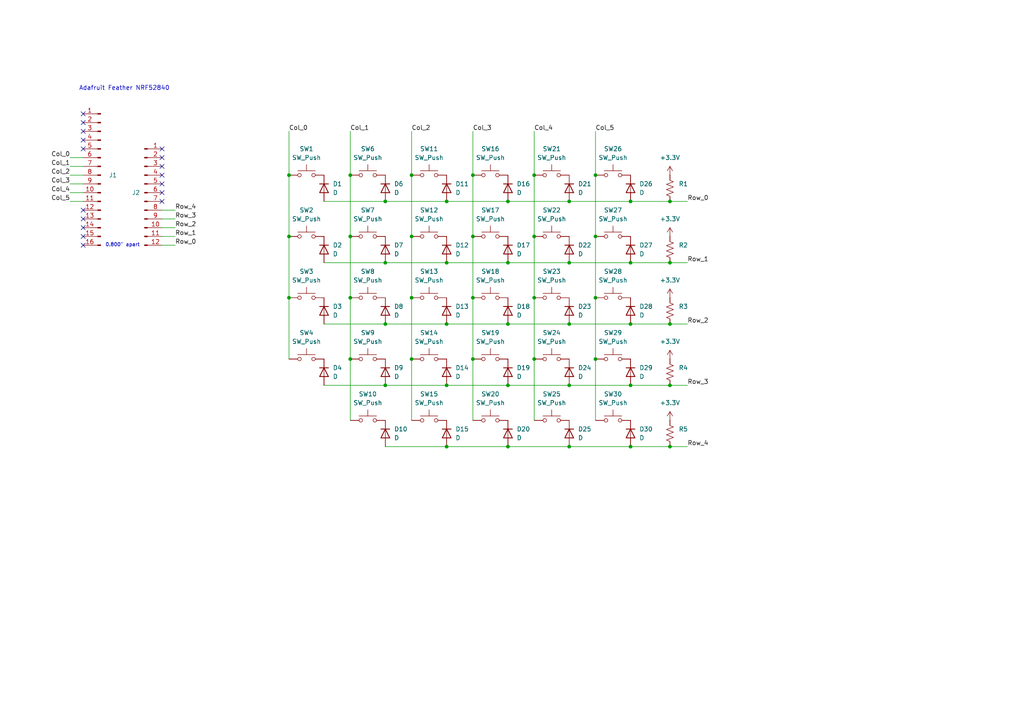
<source format=kicad_sch>
(kicad_sch (version 20231120) (generator "eeschema") (generator_version "8.0")
  (paper "A4")
  (lib_symbols
    (symbol "Connector:Conn_01x12_Pin" (pin_names (offset 1.016) hide)
      (property "Reference" "J" (at 0 15.24 0))
      (property "Value" "Conn_01x12_Pin" (at 0 -17.78 0))
      (symbol "Conn_01x12_Pin_1_1"
        (polyline (pts (xy 1.27 -15.24) (xy 0.8636 -15.24)) (stroke (width 0.1524)))
        (polyline (pts (xy 1.27 -12.7) (xy 0.8636 -12.7)) (stroke (width 0.1524)))
        (polyline (pts (xy 1.27 -10.16) (xy 0.8636 -10.16)) (stroke (width 0.1524)))
        (polyline (pts (xy 1.27 -7.62) (xy 0.8636 -7.62)) (stroke (width 0.1524)))
        (polyline (pts (xy 1.27 -5.08) (xy 0.8636 -5.08)) (stroke (width 0.1524)))
        (polyline (pts (xy 1.27 -2.54) (xy 0.8636 -2.54)) (stroke (width 0.1524)))
        (polyline (pts (xy 1.27 0) (xy 0.8636 0)) (stroke (width 0.1524)))
        (polyline (pts (xy 1.27 2.54) (xy 0.8636 2.54)) (stroke (width 0.1524)))
        (polyline (pts (xy 1.27 5.08) (xy 0.8636 5.08)) (stroke (width 0.1524)))
        (polyline (pts (xy 1.27 7.62) (xy 0.8636 7.62)) (stroke (width 0.1524)))
        (polyline (pts (xy 1.27 10.16) (xy 0.8636 10.16)) (stroke (width 0.1524)))
        (polyline (pts (xy 1.27 12.7) (xy 0.8636 12.7)) (stroke (width 0.1524)))
        (rectangle (start 0.8636 -15.113) (end 0 -15.367) (stroke (width 0.1524)) (fill (type outline)))
        (rectangle (start 0.8636 -12.573) (end 0 -12.827) (stroke (width 0.1524)) (fill (type outline)))
        (rectangle (start 0.8636 -10.033) (end 0 -10.287) (stroke (width 0.1524)) (fill (type outline)))
        (rectangle (start 0.8636 -7.493) (end 0 -7.747) (stroke (width 0.1524)) (fill (type outline)))
        (rectangle (start 0.8636 -4.953) (end 0 -5.207) (stroke (width 0.1524)) (fill (type outline)))
        (rectangle (start 0.8636 -2.413) (end 0 -2.667) (stroke (width 0.1524)) (fill (type outline)))
        (rectangle (start 0.8636 0.127) (end 0 -0.127) (stroke (width 0.1524)) (fill (type outline)))
        (rectangle (start 0.8636 2.667) (end 0 2.413) (stroke (width 0.1524)) (fill (type outline)))
        (rectangle (start 0.8636 5.207) (end 0 4.953) (stroke (width 0.1524)) (fill (type outline)))
        (rectangle (start 0.8636 7.747) (end 0 7.493) (stroke (width 0.1524)) (fill (type outline)))
        (rectangle (start 0.8636 10.287) (end 0 10.033) (stroke (width 0.1524)) (fill (type outline)))
        (rectangle (start 0.8636 12.827) (end 0 12.573) (stroke (width 0.1524)) (fill (type outline)))
        (pin passive line (at 5.08 12.7 180) (length 3.81) (name "Pin_1") (number "1"))
        (pin passive line (at 5.08 -10.16 180) (length 3.81) (name "Pin_10") (number "10"))
        (pin passive line (at 5.08 -12.7 180) (length 3.81) (name "Pin_11") (number "11"))
        (pin passive line (at 5.08 -15.24 180) (length 3.81) (name "Pin_12") (number "12"))
        (pin passive line (at 5.08 10.16 180) (length 3.81) (name "Pin_2") (number "2"))
        (pin passive line (at 5.08 7.62 180) (length 3.81) (name "Pin_3") (number "3"))
        (pin passive line (at 5.08 5.08 180) (length 3.81) (name "Pin_4") (number "4"))
        (pin passive line (at 5.08 2.54 180) (length 3.81) (name "Pin_5") (number "5"))
        (pin passive line (at 5.08 0 180) (length 3.81) (name "Pin_6") (number "6"))
        (pin passive line (at 5.08 -2.54 180) (length 3.81) (name "Pin_7") (number "7"))
        (pin passive line (at 5.08 -5.08 180) (length 3.81) (name "Pin_8") (number "8"))
        (pin passive line (at 5.08 -7.62 180) (length 3.81) (name "Pin_9") (number "9"))
      )
    )
    (symbol "Connector:Conn_01x16_Pin" (pin_names (offset 1.016) hide)
      (property "Reference" "J" (at 0 20.32 0))
      (property "Value" "Conn_01x16_Pin" (at 0 -22.86 0))
      (symbol "Conn_01x16_Pin_1_1"
        (polyline (pts (xy 1.27 -20.32) (xy 0.8636 -20.32)) (stroke (width 0.1524)))
        (polyline (pts (xy 1.27 -17.78) (xy 0.8636 -17.78)) (stroke (width 0.1524)))
        (polyline (pts (xy 1.27 -15.24) (xy 0.8636 -15.24)) (stroke (width 0.1524)))
        (polyline (pts (xy 1.27 -12.7) (xy 0.8636 -12.7)) (stroke (width 0.1524)))
        (polyline (pts (xy 1.27 -10.16) (xy 0.8636 -10.16)) (stroke (width 0.1524)))
        (polyline (pts (xy 1.27 -7.62) (xy 0.8636 -7.62)) (stroke (width 0.1524)))
        (polyline (pts (xy 1.27 -5.08) (xy 0.8636 -5.08)) (stroke (width 0.1524)))
        (polyline (pts (xy 1.27 -2.54) (xy 0.8636 -2.54)) (stroke (width 0.1524)))
        (polyline (pts (xy 1.27 0) (xy 0.8636 0)) (stroke (width 0.1524)))
        (polyline (pts (xy 1.27 2.54) (xy 0.8636 2.54)) (stroke (width 0.1524)))
        (polyline (pts (xy 1.27 5.08) (xy 0.8636 5.08)) (stroke (width 0.1524)))
        (polyline (pts (xy 1.27 7.62) (xy 0.8636 7.62)) (stroke (width 0.1524)))
        (polyline (pts (xy 1.27 10.16) (xy 0.8636 10.16)) (stroke (width 0.1524)))
        (polyline (pts (xy 1.27 12.7) (xy 0.8636 12.7)) (stroke (width 0.1524)))
        (polyline (pts (xy 1.27 15.24) (xy 0.8636 15.24)) (stroke (width 0.1524)))
        (polyline (pts (xy 1.27 17.78) (xy 0.8636 17.78)) (stroke (width 0.1524)))
        (rectangle (start 0.8636 -20.193) (end 0 -20.447) (stroke (width 0.1524)) (fill (type outline)))
        (rectangle (start 0.8636 -17.653) (end 0 -17.907) (stroke (width 0.1524)) (fill (type outline)))
        (rectangle (start 0.8636 -15.113) (end 0 -15.367) (stroke (width 0.1524)) (fill (type outline)))
        (rectangle (start 0.8636 -12.573) (end 0 -12.827) (stroke (width 0.1524)) (fill (type outline)))
        (rectangle (start 0.8636 -10.033) (end 0 -10.287) (stroke (width 0.1524)) (fill (type outline)))
        (rectangle (start 0.8636 -7.493) (end 0 -7.747) (stroke (width 0.1524)) (fill (type outline)))
        (rectangle (start 0.8636 -4.953) (end 0 -5.207) (stroke (width 0.1524)) (fill (type outline)))
        (rectangle (start 0.8636 -2.413) (end 0 -2.667) (stroke (width 0.1524)) (fill (type outline)))
        (rectangle (start 0.8636 0.127) (end 0 -0.127) (stroke (width 0.1524)) (fill (type outline)))
        (rectangle (start 0.8636 2.667) (end 0 2.413) (stroke (width 0.1524)) (fill (type outline)))
        (rectangle (start 0.8636 5.207) (end 0 4.953) (stroke (width 0.1524)) (fill (type outline)))
        (rectangle (start 0.8636 7.747) (end 0 7.493) (stroke (width 0.1524)) (fill (type outline)))
        (rectangle (start 0.8636 10.287) (end 0 10.033) (stroke (width 0.1524)) (fill (type outline)))
        (rectangle (start 0.8636 12.827) (end 0 12.573) (stroke (width 0.1524)) (fill (type outline)))
        (rectangle (start 0.8636 15.367) (end 0 15.113) (stroke (width 0.1524)) (fill (type outline)))
        (rectangle (start 0.8636 17.907) (end 0 17.653) (stroke (width 0.1524)) (fill (type outline)))
        (pin passive line (at 5.08 17.78 180) (length 3.81) (name "Pin_1") (number "1"))
        (pin passive line (at 5.08 -5.08 180) (length 3.81) (name "Pin_10") (number "10"))
        (pin passive line (at 5.08 -7.62 180) (length 3.81) (name "Pin_11") (number "11"))
        (pin passive line (at 5.08 -10.16 180) (length 3.81) (name "Pin_12") (number "12"))
        (pin passive line (at 5.08 -12.7 180) (length 3.81) (name "Pin_13") (number "13"))
        (pin passive line (at 5.08 -15.24 180) (length 3.81) (name "Pin_14") (number "14"))
        (pin passive line (at 5.08 -17.78 180) (length 3.81) (name "Pin_15") (number "15"))
        (pin passive line (at 5.08 -20.32 180) (length 3.81) (name "Pin_16") (number "16"))
        (pin passive line (at 5.08 15.24 180) (length 3.81) (name "Pin_2") (number "2"))
        (pin passive line (at 5.08 12.7 180) (length 3.81) (name "Pin_3") (number "3"))
        (pin passive line (at 5.08 10.16 180) (length 3.81) (name "Pin_4") (number "4"))
        (pin passive line (at 5.08 7.62 180) (length 3.81) (name "Pin_5") (number "5"))
        (pin passive line (at 5.08 5.08 180) (length 3.81) (name "Pin_6") (number "6"))
        (pin passive line (at 5.08 2.54 180) (length 3.81) (name "Pin_7") (number "7"))
        (pin passive line (at 5.08 0 180) (length 3.81) (name "Pin_8") (number "8"))
        (pin passive line (at 5.08 -2.54 180) (length 3.81) (name "Pin_9") (number "9"))
      )
    )
    (symbol "Device:D" (pin_numbers hide) (pin_names (offset 1.016) hide)
      (property "Reference" "D" (at 0 2.54 0))
      (property "Value" "D" (at 0 -2.54 0))
      (symbol "D_0_1"
        (polyline (pts (xy -1.27 1.27) (xy -1.27 -1.27)) (stroke (width 0.254)))
        (polyline (pts (xy 1.27 0) (xy -1.27 0)))
        (polyline (pts (xy 1.27 1.27) (xy 1.27 -1.27) (xy -1.27 0) (xy 1.27 1.27)) (stroke (width 0.254)))
      )
      (symbol "D_1_1"
        (pin passive line (at -3.81 0 0) (length 2.54) (name "K") (number "1"))
        (pin passive line (at 3.81 0 180) (length 2.54) (name "A") (number "2"))
      )
    )
    (symbol "Device:R_US" (pin_numbers hide) (pin_names (offset 0))
      (property "Reference" "R" (at 2.54 0 90))
      (property "Value" "R_US" (at -2.54 0 90))
      (symbol "R_US_0_1"
        (polyline (pts (xy 0 -2.286) (xy 0 -2.54)))
        (polyline (pts (xy 0 2.286) (xy 0 2.54)))
        (polyline (pts (xy 0 -0.762) (xy 1.016 -1.143) (xy 0 -1.524) (xy -1.016 -1.905) (xy 0 -2.286)))
        (polyline (pts (xy 0 0.762) (xy 1.016 0.381) (xy 0 0) (xy -1.016 -0.381) (xy 0 -0.762)))
        (polyline (pts (xy 0 2.286) (xy 1.016 1.905) (xy 0 1.524) (xy -1.016 1.143) (xy 0 0.762)))
      )
      (symbol "R_US_1_1"
        (pin passive line (at 0 3.81 270) (length 1.27) (name "~") (number "1"))
        (pin passive line (at 0 -3.81 90) (length 1.27) (name "~") (number "2"))
      )
    )
    (symbol "Switch:SW_Push" (pin_numbers hide) (pin_names (offset 1.016) hide)
      (property "Reference" "SW" (at 1.27 2.54 0))
      (property "Value" "SW_Push" (at 0 -1.524 0))
      (symbol "SW_Push_0_1"
        (circle (center -2.032 0) (radius 0.508))
        (polyline (pts (xy 0 1.27) (xy 0 3.048)))
        (polyline (pts (xy 2.54 1.27) (xy -2.54 1.27)))
        (circle (center 2.032 0) (radius 0.508))
        (pin passive line (at -5.08 0 0) (length 2.54) (name "1") (number "1"))
        (pin passive line (at 5.08 0 180) (length 2.54) (name "2") (number "2"))
      )
    )
    (symbol "power:+3.3V" (power) (pin_numbers hide) (pin_names (offset 0) hide)
      (property "Value" "+3.3V" (at 0 3.556 0))
      (symbol "+3.3V_0_1"
        (polyline (pts (xy -0.762 1.27) (xy 0 2.54)))
        (polyline (pts (xy 0 0) (xy 0 2.54)))
        (polyline (pts (xy 0 2.54) (xy 0.762 1.27)))
      )
      (symbol "+3.3V_1_1"
        (pin power_in line (at 0 0 90) (length 0) (name "~") (number "1"))
      )
    )
  )
  (junction (at 194.31 111.76))
  (junction (at 119.38 86.36))
  (junction (at 182.88 111.76))
  (junction (at 182.88 93.98))
  (junction (at 129.54 76.2))
  (junction (at 182.88 58.42))
  (junction (at 194.31 76.2))
  (junction (at 165.1 93.98))
  (junction (at 154.94 50.8))
  (junction (at 147.32 76.2))
  (junction (at 101.6 104.14))
  (junction (at 182.88 129.54))
  (junction (at 83.82 50.8))
  (junction (at 111.76 58.42))
  (junction (at 101.6 50.8))
  (junction (at 129.54 93.98))
  (junction (at 101.6 68.58))
  (junction (at 83.82 86.36))
  (junction (at 119.38 50.8))
  (junction (at 147.32 111.76))
  (junction (at 165.1 111.76))
  (junction (at 137.16 104.14))
  (junction (at 101.6 86.36))
  (junction (at 172.72 68.58))
  (junction (at 137.16 68.58))
  (junction (at 129.54 111.76))
  (junction (at 172.72 104.14))
  (junction (at 182.88 76.2))
  (junction (at 165.1 129.54))
  (junction (at 147.32 93.98))
  (junction (at 119.38 104.14))
  (junction (at 154.94 68.58))
  (junction (at 137.16 50.8))
  (junction (at 147.32 129.54))
  (junction (at 129.54 129.54))
  (junction (at 111.76 93.98))
  (junction (at 154.94 104.14))
  (junction (at 129.54 58.42))
  (junction (at 165.1 58.42))
  (junction (at 172.72 86.36))
  (junction (at 147.32 58.42))
  (junction (at 111.76 111.76))
  (junction (at 194.31 93.98))
  (junction (at 172.72 50.8))
  (junction (at 194.31 58.42))
  (junction (at 83.82 68.58))
  (junction (at 119.38 68.58))
  (junction (at 111.76 76.2))
  (junction (at 137.16 86.36))
  (junction (at 194.31 129.54))
  (junction (at 154.94 86.36))
  (junction (at 165.1 76.2))
  (no_connect (at 46.99 50.8))
  (no_connect (at 24.13 35.56))
  (no_connect (at 24.13 38.1))
  (no_connect (at 46.99 43.18))
  (no_connect (at 24.13 43.18))
  (no_connect (at 46.99 45.72))
  (no_connect (at 46.99 48.26))
  (no_connect (at 24.13 60.96))
  (no_connect (at 24.13 63.5))
  (no_connect (at 46.99 55.88))
  (no_connect (at 46.99 53.34))
  (no_connect (at 24.13 40.64))
  (no_connect (at 24.13 68.58))
  (no_connect (at 24.13 66.04))
  (no_connect (at 46.99 58.42))
  (no_connect (at 24.13 33.02))
  (no_connect (at 24.13 71.12))
  (wire (pts (xy 165.1 93.98) (xy 182.88 93.98)))
  (wire (pts (xy 165.1 76.2) (xy 182.88 76.2)))
  (wire (pts (xy 20.32 50.8) (xy 24.13 50.8)))
  (wire (pts (xy 20.32 48.26) (xy 24.13 48.26)))
  (wire (pts (xy 182.88 76.2) (xy 194.31 76.2)))
  (wire (pts (xy 101.6 50.8) (xy 101.6 68.58)))
  (wire (pts (xy 182.88 129.54) (xy 194.31 129.54)))
  (wire (pts (xy 50.8 66.04) (xy 46.99 66.04)))
  (wire (pts (xy 50.8 68.58) (xy 46.99 68.58)))
  (wire (pts (xy 20.32 53.34) (xy 24.13 53.34)))
  (wire (pts (xy 154.94 86.36) (xy 154.94 104.14)))
  (wire (pts (xy 129.54 129.54) (xy 147.32 129.54)))
  (wire (pts (xy 199.39 76.2) (xy 194.31 76.2)))
  (wire (pts (xy 147.32 93.98) (xy 165.1 93.98)))
  (wire (pts (xy 147.32 129.54) (xy 165.1 129.54)))
  (wire (pts (xy 111.76 129.54) (xy 129.54 129.54)))
  (wire (pts (xy 111.76 93.98) (xy 129.54 93.98)))
  (wire (pts (xy 119.38 68.58) (xy 119.38 86.36)))
  (wire (pts (xy 101.6 104.14) (xy 101.6 121.92)))
  (wire (pts (xy 137.16 68.58) (xy 137.16 86.36)))
  (wire (pts (xy 20.32 45.72) (xy 24.13 45.72)))
  (wire (pts (xy 172.72 50.8) (xy 172.72 68.58)))
  (wire (pts (xy 93.98 111.76) (xy 111.76 111.76)))
  (wire (pts (xy 154.94 104.14) (xy 154.94 121.92)))
  (wire (pts (xy 93.98 76.2) (xy 111.76 76.2)))
  (wire (pts (xy 129.54 111.76) (xy 147.32 111.76)))
  (wire (pts (xy 165.1 129.54) (xy 182.88 129.54)))
  (wire (pts (xy 111.76 58.42) (xy 129.54 58.42)))
  (wire (pts (xy 20.32 55.88) (xy 24.13 55.88)))
  (wire (pts (xy 182.88 58.42) (xy 194.31 58.42)))
  (wire (pts (xy 20.32 58.42) (xy 24.13 58.42)))
  (wire (pts (xy 129.54 93.98) (xy 147.32 93.98)))
  (wire (pts (xy 172.72 104.14) (xy 172.72 121.92)))
  (wire (pts (xy 83.82 86.36) (xy 83.82 104.14)))
  (wire (pts (xy 119.38 50.8) (xy 119.38 68.58)))
  (wire (pts (xy 83.82 50.8) (xy 83.82 68.58)))
  (wire (pts (xy 111.76 76.2) (xy 129.54 76.2)))
  (wire (pts (xy 172.72 86.36) (xy 172.72 104.14)))
  (wire (pts (xy 129.54 76.2) (xy 147.32 76.2)))
  (wire (pts (xy 93.98 93.98) (xy 111.76 93.98)))
  (wire (pts (xy 199.39 93.98) (xy 194.31 93.98)))
  (wire (pts (xy 154.94 50.8) (xy 154.94 68.58)))
  (wire (pts (xy 101.6 38.1) (xy 101.6 50.8)))
  (wire (pts (xy 119.38 38.1) (xy 119.38 50.8)))
  (wire (pts (xy 194.31 58.42) (xy 199.39 58.42)))
  (wire (pts (xy 147.32 76.2) (xy 165.1 76.2)))
  (wire (pts (xy 50.8 60.96) (xy 46.99 60.96)))
  (wire (pts (xy 172.72 38.1) (xy 172.72 50.8)))
  (wire (pts (xy 154.94 68.58) (xy 154.94 86.36)))
  (wire (pts (xy 83.82 38.1) (xy 83.82 50.8)))
  (wire (pts (xy 129.54 58.42) (xy 147.32 58.42)))
  (wire (pts (xy 111.76 111.76) (xy 129.54 111.76)))
  (wire (pts (xy 147.32 111.76) (xy 165.1 111.76)))
  (wire (pts (xy 199.39 111.76) (xy 194.31 111.76)))
  (wire (pts (xy 182.88 93.98) (xy 194.31 93.98)))
  (wire (pts (xy 137.16 104.14) (xy 137.16 121.92)))
  (wire (pts (xy 182.88 111.76) (xy 194.31 111.76)))
  (wire (pts (xy 93.98 58.42) (xy 111.76 58.42)))
  (wire (pts (xy 199.39 129.54) (xy 194.31 129.54)))
  (wire (pts (xy 172.72 68.58) (xy 172.72 86.36)))
  (wire (pts (xy 119.38 86.36) (xy 119.38 104.14)))
  (wire (pts (xy 137.16 38.1) (xy 137.16 50.8)))
  (wire (pts (xy 119.38 104.14) (xy 119.38 121.92)))
  (wire (pts (xy 101.6 68.58) (xy 101.6 86.36)))
  (wire (pts (xy 50.8 71.12) (xy 46.99 71.12)))
  (wire (pts (xy 83.82 68.58) (xy 83.82 86.36)))
  (wire (pts (xy 165.1 58.42) (xy 182.88 58.42)))
  (wire (pts (xy 147.32 58.42) (xy 165.1 58.42)))
  (wire (pts (xy 101.6 86.36) (xy 101.6 104.14)))
  (wire (pts (xy 137.16 50.8) (xy 137.16 68.58)))
  (wire (pts (xy 50.8 63.5) (xy 46.99 63.5)))
  (wire (pts (xy 154.94 38.1) (xy 154.94 50.8)))
  (wire (pts (xy 137.16 86.36) (xy 137.16 104.14)))
  (wire (pts (xy 165.1 111.76) (xy 182.88 111.76)))
  (text "0.800\" apart" (at 35.56 71.12 0) (effects (font (size 1.016 1.016))))
  (text "Adafruit Feather NRF52840" (at 36.068 25.654 0) (effects (font (size 1.27 1.27))))
  (label "Col_3" (at 20.32 53.34 180))
  (label "Row_3" (at 50.8 63.5 0))
  (label "Col_5" (at 172.72 38.1 0))
  (label "Row_4" (at 50.8 60.96 0))
  (label "Col_2" (at 20.32 50.8 180))
  (label "Col_5" (at 20.32 58.42 180))
  (label "Row_2" (at 199.39 93.98 0))
  (label "Row_0" (at 50.8 71.12 0))
  (label "Row_4" (at 199.39 129.54 0))
  (label "Col_4" (at 20.32 55.88 180))
  (label "Col_0" (at 20.32 45.72 180))
  (label "Row_2" (at 50.8 66.04 0))
  (label "Col_3" (at 137.16 38.1 0))
  (label "Row_3" (at 199.39 111.76 0))
  (label "Col_0" (at 83.82 38.1 0))
  (label "Col_4" (at 154.94 38.1 0))
  (label "Col_1" (at 20.32 48.26 180))
  (label "Row_1" (at 50.8 68.58 0))
  (label "Row_1" (at 199.39 76.2 0))
  (label "Col_2" (at 119.38 38.1 0))
  (label "Col_1" (at 101.6 38.1 0))
  (label "Row_0" (at 199.39 58.42 0))
  (symbol (lib_id "Device:D") (at 182.88 107.95 270) (unit 1)
    (property "Reference" "D29" (at 185.42 106.6799 90) (effects (justify left)))
    (property "Value" "D" (at 185.42 109.2199 90) (effects (justify left)))
    (property "Footprint" "Diode_SMD:Nexperia_CFP3_SOD-123W" (effects (hide yes)))
    (property "Description" "Diode" (effects (hide yes)))
    (property "Sim.Device" "D" (effects (hide yes)))
    (property "Sim.Pins" "1=K 2=A" (effects (hide yes)))
  )
  (symbol (lib_id "Switch:SW_Push") (at 88.9 68.58 0) (unit 1)
    (property "Reference" "SW2" (at 88.9 60.96 0))
    (property "Value" "SW_Push" (at 88.9 63.5 0))
    (property "Footprint" "Button_Switch_Keyboard:SW_Cherry_MX_1.00u_PCB" (effects (hide yes)))
    (property "Description" "Push button switch, generic, two pins" (effects (hide yes)))
  )
  (symbol (lib_id "Switch:SW_Push") (at 160.02 68.58 0) (unit 1)
    (property "Reference" "SW22" (at 160.02 60.96 0))
    (property "Value" "SW_Push" (at 160.02 63.5 0))
    (property "Footprint" "Button_Switch_Keyboard:SW_Cherry_MX_1.00u_PCB" (effects (hide yes)))
    (property "Description" "Push button switch, generic, two pins" (effects (hide yes)))
  )
  (symbol (lib_id "Device:D") (at 111.76 90.17 270) (unit 1)
    (property "Reference" "D8" (at 114.3 88.8999 90) (effects (justify left)))
    (property "Value" "D" (at 114.3 91.4399 90) (effects (justify left)))
    (property "Footprint" "Diode_SMD:Nexperia_CFP3_SOD-123W" (effects (hide yes)))
    (property "Description" "Diode" (effects (hide yes)))
    (property "Sim.Device" "D" (effects (hide yes)))
    (property "Sim.Pins" "1=K 2=A" (effects (hide yes)))
  )
  (symbol (lib_id "Device:R_US") (at 194.31 90.17 0) (unit 1)
    (property "Reference" "R3" (at 196.85 88.8999 0) (effects (justify left)))
    (property "Value" "R_US" (effects (hide yes)))
    (property "Footprint" "Resistor_SMD:R_0603_1608Metric" (effects (hide yes)))
    (property "Description" "Resistor, US symbol" (effects (hide yes)))
  )
  (symbol (lib_id "Device:D") (at 147.32 54.61 270) (unit 1)
    (property "Reference" "D16" (at 149.86 53.3399 90) (effects (justify left)))
    (property "Value" "D" (at 149.86 55.8799 90) (effects (justify left)))
    (property "Footprint" "Diode_SMD:Nexperia_CFP3_SOD-123W" (effects (hide yes)))
    (property "Description" "Diode" (effects (hide yes)))
    (property "Sim.Device" "D" (effects (hide yes)))
    (property "Sim.Pins" "1=K 2=A" (effects (hide yes)))
  )
  (symbol (lib_id "Device:D") (at 93.98 90.17 270) (unit 1)
    (property "Reference" "D3" (at 96.52 88.8999 90) (effects (justify left)))
    (property "Value" "D" (at 96.52 91.4399 90) (effects (justify left)))
    (property "Footprint" "Diode_SMD:Nexperia_CFP3_SOD-123W" (effects (hide yes)))
    (property "Description" "Diode" (effects (hide yes)))
    (property "Sim.Device" "D" (effects (hide yes)))
    (property "Sim.Pins" "1=K 2=A" (effects (hide yes)))
  )
  (symbol (lib_id "Device:D") (at 111.76 125.73 270) (unit 1)
    (property "Reference" "D10" (at 114.3 124.4599 90) (effects (justify left)))
    (property "Value" "D" (at 114.3 126.9999 90) (effects (justify left)))
    (property "Footprint" "Diode_SMD:Nexperia_CFP3_SOD-123W" (effects (hide yes)))
    (property "Description" "Diode" (effects (hide yes)))
    (property "Sim.Device" "D" (effects (hide yes)))
    (property "Sim.Pins" "1=K 2=A" (effects (hide yes)))
  )
  (symbol (lib_id "Connector:Conn_01x16_Pin") (at 29.21 50.8 0) (mirror y) (unit 1)
    (property "Reference" "J1" (at 32.766 50.8 0))
    (property "Value" "Adafruit_Feather_16_pin" (effects (hide yes)))
    (property "Footprint" "Connector_PinSocket_2.54mm:PinSocket_1x16_P2.54mm_Vertical" (effects (hide yes)))
    (property "Description" "Generic connector, single row, 01x16, script generated" (effects (hide yes)))
  )
  (symbol (lib_id "Device:R_US") (at 194.31 125.73 0) (unit 1)
    (property "Reference" "R5" (at 196.85 124.4599 0) (effects (justify left)))
    (property "Value" "R_US" (effects (hide yes)))
    (property "Footprint" "Resistor_SMD:R_0603_1608Metric" (effects (hide yes)))
    (property "Description" "Resistor, US symbol" (effects (hide yes)))
  )
  (symbol (lib_id "Device:D") (at 182.88 90.17 270) (unit 1)
    (property "Reference" "D28" (at 185.42 88.8999 90) (effects (justify left)))
    (property "Value" "D" (at 185.42 91.4399 90) (effects (justify left)))
    (property "Footprint" "Diode_SMD:Nexperia_CFP3_SOD-123W" (effects (hide yes)))
    (property "Description" "Diode" (effects (hide yes)))
    (property "Sim.Device" "D" (effects (hide yes)))
    (property "Sim.Pins" "1=K 2=A" (effects (hide yes)))
  )
  (symbol (lib_id "Device:D") (at 165.1 125.73 270) (unit 1)
    (property "Reference" "D25" (at 167.64 124.4599 90) (effects (justify left)))
    (property "Value" "D" (at 167.64 126.9999 90) (effects (justify left)))
    (property "Footprint" "Diode_SMD:Nexperia_CFP3_SOD-123W" (effects (hide yes)))
    (property "Description" "Diode" (effects (hide yes)))
    (property "Sim.Device" "D" (effects (hide yes)))
    (property "Sim.Pins" "1=K 2=A" (effects (hide yes)))
  )
  (symbol (lib_id "Switch:SW_Push") (at 177.8 68.58 0) (unit 1)
    (property "Reference" "SW27" (at 177.8 60.96 0))
    (property "Value" "SW_Push" (at 177.8 63.5 0))
    (property "Footprint" "Button_Switch_Keyboard:SW_Cherry_MX_1.00u_PCB" (effects (hide yes)))
    (property "Description" "Push button switch, generic, two pins" (effects (hide yes)))
  )
  (symbol (lib_id "Switch:SW_Push") (at 142.24 121.92 0) (unit 1)
    (property "Reference" "SW20" (at 142.24 114.3 0))
    (property "Value" "SW_Push" (at 142.24 116.84 0))
    (property "Footprint" "Button_Switch_Keyboard:SW_Cherry_MX_1.00u_PCB" (effects (hide yes)))
    (property "Description" "Push button switch, generic, two pins" (effects (hide yes)))
  )
  (symbol (lib_id "Switch:SW_Push") (at 88.9 104.14 0) (unit 1)
    (property "Reference" "SW4" (at 88.9 96.52 0))
    (property "Value" "SW_Push" (at 88.9 99.06 0))
    (property "Footprint" "Button_Switch_Keyboard:SW_Cherry_MX_1.00u_PCB" (effects (hide yes)))
    (property "Description" "Push button switch, generic, two pins" (effects (hide yes)))
  )
  (symbol (lib_id "Switch:SW_Push") (at 142.24 86.36 0) (unit 1)
    (property "Reference" "SW18" (at 142.24 78.74 0))
    (property "Value" "SW_Push" (at 142.24 81.28 0))
    (property "Footprint" "Button_Switch_Keyboard:SW_Cherry_MX_1.00u_PCB" (effects (hide yes)))
    (property "Description" "Push button switch, generic, two pins" (effects (hide yes)))
  )
  (symbol (lib_id "Device:D") (at 165.1 107.95 270) (unit 1)
    (property "Reference" "D24" (at 167.64 106.6799 90) (effects (justify left)))
    (property "Value" "D" (at 167.64 109.2199 90) (effects (justify left)))
    (property "Footprint" "Diode_SMD:Nexperia_CFP3_SOD-123W" (effects (hide yes)))
    (property "Description" "Diode" (effects (hide yes)))
    (property "Sim.Device" "D" (effects (hide yes)))
    (property "Sim.Pins" "1=K 2=A" (effects (hide yes)))
  )
  (symbol (lib_id "Device:D") (at 111.76 54.61 270) (unit 1)
    (property "Reference" "D6" (at 114.3 53.3399 90) (effects (justify left)))
    (property "Value" "D" (at 114.3 55.8799 90) (effects (justify left)))
    (property "Footprint" "Diode_SMD:Nexperia_CFP3_SOD-123W" (effects (hide yes)))
    (property "Description" "Diode" (effects (hide yes)))
    (property "Sim.Device" "D" (effects (hide yes)))
    (property "Sim.Pins" "1=K 2=A" (effects (hide yes)))
  )
  (symbol (lib_id "Switch:SW_Push") (at 160.02 50.8 0) (unit 1)
    (property "Reference" "SW21" (at 160.02 43.18 0))
    (property "Value" "SW_Push" (at 160.02 45.72 0))
    (property "Footprint" "Button_Switch_Keyboard:SW_Cherry_MX_1.00u_PCB" (effects (hide yes)))
    (property "Description" "Push button switch, generic, two pins" (effects (hide yes)))
  )
  (symbol (lib_id "Device:D") (at 93.98 107.95 270) (unit 1)
    (property "Reference" "D4" (at 96.52 106.6799 90) (effects (justify left)))
    (property "Value" "D" (at 96.52 109.2199 90) (effects (justify left)))
    (property "Footprint" "Diode_SMD:Nexperia_CFP3_SOD-123W" (effects (hide yes)))
    (property "Description" "Diode" (effects (hide yes)))
    (property "Sim.Device" "D" (effects (hide yes)))
    (property "Sim.Pins" "1=K 2=A" (effects (hide yes)))
  )
  (symbol (lib_id "Switch:SW_Push") (at 124.46 121.92 0) (unit 1)
    (property "Reference" "SW15" (at 124.46 114.3 0))
    (property "Value" "SW_Push" (at 124.46 116.84 0))
    (property "Footprint" "Button_Switch_Keyboard:SW_Cherry_MX_1.00u_PCB" (effects (hide yes)))
    (property "Description" "Push button switch, generic, two pins" (effects (hide yes)))
  )
  (symbol (lib_id "Device:D") (at 165.1 72.39 270) (unit 1)
    (property "Reference" "D22" (at 167.64 71.1199 90) (effects (justify left)))
    (property "Value" "D" (at 167.64 73.6599 90) (effects (justify left)))
    (property "Footprint" "Diode_SMD:Nexperia_CFP3_SOD-123W" (effects (hide yes)))
    (property "Description" "Diode" (effects (hide yes)))
    (property "Sim.Device" "D" (effects (hide yes)))
    (property "Sim.Pins" "1=K 2=A" (effects (hide yes)))
  )
  (symbol (lib_id "power:+3.3V") (at 194.31 50.8 0) (unit 1)
    (property "Reference" "#PWR01" (effects (hide yes)))
    (property "Value" "+3.3V" (at 194.31 45.72 0))
    (property "Description" "Power symbol creates a global label with name \"+3.3V\"" (effects (hide yes)))
  )
  (symbol (lib_id "Switch:SW_Push") (at 177.8 104.14 0) (unit 1)
    (property "Reference" "SW29" (at 177.8 96.52 0))
    (property "Value" "SW_Push" (at 177.8 99.06 0))
    (property "Footprint" "Button_Switch_Keyboard:SW_Cherry_MX_1.00u_PCB" (effects (hide yes)))
    (property "Description" "Push button switch, generic, two pins" (effects (hide yes)))
  )
  (symbol (lib_id "Connector:Conn_01x12_Pin") (at 41.91 55.88 0) (unit 1)
    (property "Reference" "J2" (at 40.64 55.8799 0) (effects (justify right)))
    (property "Value" "Adafruit_feather_12_pin" (effects (hide yes)))
    (property "Footprint" "Connector_PinHeader_2.54mm:PinHeader_1x12_P2.54mm_Vertical" (effects (hide yes)))
    (property "Description" "Generic connector, single row, 01x12, script generated" (effects (hide yes)))
  )
  (symbol (lib_id "Switch:SW_Push") (at 142.24 50.8 0) (unit 1)
    (property "Reference" "SW16" (at 142.24 43.18 0))
    (property "Value" "SW_Push" (at 142.24 45.72 0))
    (property "Footprint" "Button_Switch_Keyboard:SW_Cherry_MX_1.00u_PCB" (effects (hide yes)))
    (property "Description" "Push button switch, generic, two pins" (effects (hide yes)))
  )
  (symbol (lib_id "Device:R_US") (at 194.31 54.61 0) (unit 1)
    (property "Reference" "R1" (at 196.85 53.3399 0) (effects (justify left)))
    (property "Value" "R_US" (effects (hide yes)))
    (property "Footprint" "Resistor_SMD:R_0603_1608Metric" (effects (hide yes)))
    (property "Description" "Resistor, US symbol" (effects (hide yes)))
  )
  (symbol (lib_id "Switch:SW_Push") (at 160.02 86.36 0) (unit 1)
    (property "Reference" "SW23" (at 160.02 78.74 0))
    (property "Value" "SW_Push" (at 160.02 81.28 0))
    (property "Footprint" "Button_Switch_Keyboard:SW_Cherry_MX_1.00u_PCB" (effects (hide yes)))
    (property "Description" "Push button switch, generic, two pins" (effects (hide yes)))
  )
  (symbol (lib_id "Device:D") (at 129.54 125.73 270) (unit 1)
    (property "Reference" "D15" (at 132.08 124.4599 90) (effects (justify left)))
    (property "Value" "D" (at 132.08 126.9999 90) (effects (justify left)))
    (property "Footprint" "Diode_SMD:Nexperia_CFP3_SOD-123W" (effects (hide yes)))
    (property "Description" "Diode" (effects (hide yes)))
    (property "Sim.Device" "D" (effects (hide yes)))
    (property "Sim.Pins" "1=K 2=A" (effects (hide yes)))
  )
  (symbol (lib_id "Device:D") (at 165.1 90.17 270) (unit 1)
    (property "Reference" "D23" (at 167.64 88.8999 90) (effects (justify left)))
    (property "Value" "D" (at 167.64 91.4399 90) (effects (justify left)))
    (property "Footprint" "Diode_SMD:Nexperia_CFP3_SOD-123W" (effects (hide yes)))
    (property "Description" "Diode" (effects (hide yes)))
    (property "Sim.Device" "D" (effects (hide yes)))
    (property "Sim.Pins" "1=K 2=A" (effects (hide yes)))
  )
  (symbol (lib_id "Switch:SW_Push") (at 160.02 121.92 0) (unit 1)
    (property "Reference" "SW25" (at 160.02 114.3 0))
    (property "Value" "SW_Push" (at 160.02 116.84 0))
    (property "Footprint" "Button_Switch_Keyboard:SW_Cherry_MX_1.00u_PCB" (effects (hide yes)))
    (property "Description" "Push button switch, generic, two pins" (effects (hide yes)))
  )
  (symbol (lib_id "Switch:SW_Push") (at 177.8 86.36 0) (unit 1)
    (property "Reference" "SW28" (at 177.8 78.74 0))
    (property "Value" "SW_Push" (at 177.8 81.28 0))
    (property "Footprint" "Button_Switch_Keyboard:SW_Cherry_MX_1.00u_PCB" (effects (hide yes)))
    (property "Description" "Push button switch, generic, two pins" (effects (hide yes)))
  )
  (symbol (lib_id "Device:R_US") (at 194.31 107.95 0) (unit 1)
    (property "Reference" "R4" (at 196.85 106.6799 0) (effects (justify left)))
    (property "Value" "R_US" (effects (hide yes)))
    (property "Footprint" "Resistor_SMD:R_0603_1608Metric" (effects (hide yes)))
    (property "Description" "Resistor, US symbol" (effects (hide yes)))
  )
  (symbol (lib_id "Device:D") (at 165.1 54.61 270) (unit 1)
    (property "Reference" "D21" (at 167.64 53.3399 90) (effects (justify left)))
    (property "Value" "D" (at 167.64 55.8799 90) (effects (justify left)))
    (property "Footprint" "Diode_SMD:Nexperia_CFP3_SOD-123W" (effects (hide yes)))
    (property "Description" "Diode" (effects (hide yes)))
    (property "Sim.Device" "D" (effects (hide yes)))
    (property "Sim.Pins" "1=K 2=A" (effects (hide yes)))
  )
  (symbol (lib_id "Switch:SW_Push") (at 177.8 121.92 0) (unit 1)
    (property "Reference" "SW30" (at 177.8 114.3 0))
    (property "Value" "SW_Push" (at 177.8 116.84 0))
    (property "Footprint" "Button_Switch_Keyboard:SW_Cherry_MX_1.00u_PCB" (effects (hide yes)))
    (property "Description" "Push button switch, generic, two pins" (effects (hide yes)))
  )
  (symbol (lib_id "Switch:SW_Push") (at 106.68 104.14 0) (unit 1)
    (property "Reference" "SW9" (at 106.68 96.52 0))
    (property "Value" "SW_Push" (at 106.68 99.06 0))
    (property "Footprint" "Button_Switch_Keyboard:SW_Cherry_MX_1.00u_PCB" (effects (hide yes)))
    (property "Description" "Push button switch, generic, two pins" (effects (hide yes)))
  )
  (symbol (lib_id "Switch:SW_Push") (at 88.9 50.8 0) (unit 1)
    (property "Reference" "SW1" (at 88.9 43.18 0))
    (property "Value" "SW_Push" (at 88.9 45.72 0))
    (property "Footprint" "Button_Switch_Keyboard:SW_Cherry_MX_1.00u_PCB" (effects (hide yes)))
    (property "Description" "Push button switch, generic, two pins" (effects (hide yes)))
  )
  (symbol (lib_id "Switch:SW_Push") (at 142.24 104.14 0) (unit 1)
    (property "Reference" "SW19" (at 142.24 96.52 0))
    (property "Value" "SW_Push" (at 142.24 99.06 0))
    (property "Footprint" "Button_Switch_Keyboard:SW_Cherry_MX_1.00u_PCB" (effects (hide yes)))
    (property "Description" "Push button switch, generic, two pins" (effects (hide yes)))
  )
  (symbol (lib_id "Switch:SW_Push") (at 88.9 86.36 0) (unit 1)
    (property "Reference" "SW3" (at 88.9 78.74 0))
    (property "Value" "SW_Push" (at 88.9 81.28 0))
    (property "Footprint" "Button_Switch_Keyboard:SW_Cherry_MX_1.00u_PCB" (effects (hide yes)))
    (property "Description" "Push button switch, generic, two pins" (effects (hide yes)))
  )
  (symbol (lib_id "power:+3.3V") (at 194.31 86.36 0) (unit 1)
    (property "Reference" "#PWR03" (effects (hide yes)))
    (property "Value" "+3.3V" (at 194.31 81.28 0))
    (property "Description" "Power symbol creates a global label with name \"+3.3V\"" (effects (hide yes)))
  )
  (symbol (lib_id "Device:D") (at 147.32 107.95 270) (unit 1)
    (property "Reference" "D19" (at 149.86 106.6799 90) (effects (justify left)))
    (property "Value" "D" (at 149.86 109.2199 90) (effects (justify left)))
    (property "Footprint" "Diode_SMD:Nexperia_CFP3_SOD-123W" (effects (hide yes)))
    (property "Description" "Diode" (effects (hide yes)))
    (property "Sim.Device" "D" (effects (hide yes)))
    (property "Sim.Pins" "1=K 2=A" (effects (hide yes)))
  )
  (symbol (lib_id "power:+3.3V") (at 194.31 121.92 0) (unit 1)
    (property "Reference" "#PWR05" (effects (hide yes)))
    (property "Value" "+3.3V" (at 194.31 116.84 0))
    (property "Description" "Power symbol creates a global label with name \"+3.3V\"" (effects (hide yes)))
  )
  (symbol (lib_id "Switch:SW_Push") (at 177.8 50.8 0) (unit 1)
    (property "Reference" "SW26" (at 177.8 43.18 0))
    (property "Value" "SW_Push" (at 177.8 45.72 0))
    (property "Footprint" "Button_Switch_Keyboard:SW_Cherry_MX_1.00u_PCB" (effects (hide yes)))
    (property "Description" "Push button switch, generic, two pins" (effects (hide yes)))
  )
  (symbol (lib_id "Device:D") (at 182.88 54.61 270) (unit 1)
    (property "Reference" "D26" (at 185.42 53.3399 90) (effects (justify left)))
    (property "Value" "D" (at 185.42 55.8799 90) (effects (justify left)))
    (property "Footprint" "Diode_SMD:Nexperia_CFP3_SOD-123W" (effects (hide yes)))
    (property "Description" "Diode" (effects (hide yes)))
    (property "Sim.Device" "D" (effects (hide yes)))
    (property "Sim.Pins" "1=K 2=A" (effects (hide yes)))
  )
  (symbol (lib_id "Device:D") (at 129.54 90.17 270) (unit 1)
    (property "Reference" "D13" (at 132.08 88.8999 90) (effects (justify left)))
    (property "Value" "D" (at 132.08 91.4399 90) (effects (justify left)))
    (property "Footprint" "Diode_SMD:Nexperia_CFP3_SOD-123W" (effects (hide yes)))
    (property "Description" "Diode" (effects (hide yes)))
    (property "Sim.Device" "D" (effects (hide yes)))
    (property "Sim.Pins" "1=K 2=A" (effects (hide yes)))
  )
  (symbol (lib_id "Device:D") (at 111.76 107.95 270) (unit 1)
    (property "Reference" "D9" (at 114.3 106.6799 90) (effects (justify left)))
    (property "Value" "D" (at 114.3 109.2199 90) (effects (justify left)))
    (property "Footprint" "Diode_SMD:Nexperia_CFP3_SOD-123W" (effects (hide yes)))
    (property "Description" "Diode" (effects (hide yes)))
    (property "Sim.Device" "D" (effects (hide yes)))
    (property "Sim.Pins" "1=K 2=A" (effects (hide yes)))
  )
  (symbol (lib_id "Switch:SW_Push") (at 106.68 68.58 0) (unit 1)
    (property "Reference" "SW7" (at 106.68 60.96 0))
    (property "Value" "SW_Push" (at 106.68 63.5 0))
    (property "Footprint" "Button_Switch_Keyboard:SW_Cherry_MX_1.00u_PCB" (effects (hide yes)))
    (property "Description" "Push button switch, generic, two pins" (effects (hide yes)))
  )
  (symbol (lib_id "Device:D") (at 182.88 125.73 270) (unit 1)
    (property "Reference" "D30" (at 185.42 124.4599 90) (effects (justify left)))
    (property "Value" "D" (at 185.42 126.9999 90) (effects (justify left)))
    (property "Footprint" "Diode_SMD:Nexperia_CFP3_SOD-123W" (effects (hide yes)))
    (property "Description" "Diode" (effects (hide yes)))
    (property "Sim.Device" "D" (effects (hide yes)))
    (property "Sim.Pins" "1=K 2=A" (effects (hide yes)))
  )
  (symbol (lib_id "Switch:SW_Push") (at 106.68 121.92 0) (unit 1)
    (property "Reference" "SW10" (at 106.68 114.3 0))
    (property "Value" "SW_Push" (at 106.68 116.84 0))
    (property "Footprint" "Button_Switch_Keyboard:SW_Cherry_MX_1.00u_PCB" (effects (hide yes)))
    (property "Description" "Push button switch, generic, two pins" (effects (hide yes)))
  )
  (symbol (lib_id "Device:R_US") (at 194.31 72.39 0) (unit 1)
    (property "Reference" "R2" (at 196.85 71.1199 0) (effects (justify left)))
    (property "Value" "R_US" (effects (hide yes)))
    (property "Footprint" "Resistor_SMD:R_0603_1608Metric" (effects (hide yes)))
    (property "Description" "Resistor, US symbol" (effects (hide yes)))
  )
  (symbol (lib_id "Device:D") (at 182.88 72.39 270) (unit 1)
    (property "Reference" "D27" (at 185.42 71.1199 90) (effects (justify left)))
    (property "Value" "D" (at 185.42 73.6599 90) (effects (justify left)))
    (property "Footprint" "Diode_SMD:Nexperia_CFP3_SOD-123W" (effects (hide yes)))
    (property "Description" "Diode" (effects (hide yes)))
    (property "Sim.Device" "D" (effects (hide yes)))
    (property "Sim.Pins" "1=K 2=A" (effects (hide yes)))
  )
  (symbol (lib_id "Device:D") (at 147.32 72.39 270) (unit 1)
    (property "Reference" "D17" (at 149.86 71.1199 90) (effects (justify left)))
    (property "Value" "D" (at 149.86 73.6599 90) (effects (justify left)))
    (property "Footprint" "Diode_SMD:Nexperia_CFP3_SOD-123W" (effects (hide yes)))
    (property "Description" "Diode" (effects (hide yes)))
    (property "Sim.Device" "D" (effects (hide yes)))
    (property "Sim.Pins" "1=K 2=A" (effects (hide yes)))
  )
  (symbol (lib_id "Switch:SW_Push") (at 106.68 86.36 0) (unit 1)
    (property "Reference" "SW8" (at 106.68 78.74 0))
    (property "Value" "SW_Push" (at 106.68 81.28 0))
    (property "Footprint" "Button_Switch_Keyboard:SW_Cherry_MX_1.00u_PCB" (effects (hide yes)))
    (property "Description" "Push button switch, generic, two pins" (effects (hide yes)))
  )
  (symbol (lib_id "Switch:SW_Push") (at 160.02 104.14 0) (unit 1)
    (property "Reference" "SW24" (at 160.02 96.52 0))
    (property "Value" "SW_Push" (at 160.02 99.06 0))
    (property "Footprint" "Button_Switch_Keyboard:SW_Cherry_MX_1.00u_PCB" (effects (hide yes)))
    (property "Description" "Push button switch, generic, two pins" (effects (hide yes)))
  )
  (symbol (lib_id "Device:D") (at 93.98 72.39 270) (unit 1)
    (property "Reference" "D2" (at 96.52 71.1199 90) (effects (justify left)))
    (property "Value" "D" (at 96.52 73.6599 90) (effects (justify left)))
    (property "Footprint" "Diode_SMD:Nexperia_CFP3_SOD-123W" (effects (hide yes)))
    (property "Description" "Diode" (effects (hide yes)))
    (property "Sim.Device" "D" (effects (hide yes)))
    (property "Sim.Pins" "1=K 2=A" (effects (hide yes)))
  )
  (symbol (lib_id "power:+3.3V") (at 194.31 104.14 0) (unit 1)
    (property "Reference" "#PWR04" (effects (hide yes)))
    (property "Value" "+3.3V" (at 194.31 99.06 0))
    (property "Description" "Power symbol creates a global label with name \"+3.3V\"" (effects (hide yes)))
  )
  (symbol (lib_id "Switch:SW_Push") (at 142.24 68.58 0) (unit 1)
    (property "Reference" "SW17" (at 142.24 60.96 0))
    (property "Value" "SW_Push" (at 142.24 63.5 0))
    (property "Footprint" "Button_Switch_Keyboard:SW_Cherry_MX_1.00u_PCB" (effects (hide yes)))
    (property "Description" "Push button switch, generic, two pins" (effects (hide yes)))
  )
  (symbol (lib_id "Switch:SW_Push") (at 124.46 86.36 0) (unit 1)
    (property "Reference" "SW13" (at 124.46 78.74 0))
    (property "Value" "SW_Push" (at 124.46 81.28 0))
    (property "Footprint" "Button_Switch_Keyboard:SW_Cherry_MX_1.00u_PCB" (effects (hide yes)))
    (property "Description" "Push button switch, generic, two pins" (effects (hide yes)))
  )
  (symbol (lib_id "Device:D") (at 129.54 72.39 270) (unit 1)
    (property "Reference" "D12" (at 132.08 71.1199 90) (effects (justify left)))
    (property "Value" "D" (at 132.08 73.6599 90) (effects (justify left)))
    (property "Footprint" "Diode_SMD:Nexperia_CFP3_SOD-123W" (effects (hide yes)))
    (property "Description" "Diode" (effects (hide yes)))
    (property "Sim.Device" "D" (effects (hide yes)))
    (property "Sim.Pins" "1=K 2=A" (effects (hide yes)))
  )
  (symbol (lib_id "Switch:SW_Push") (at 124.46 68.58 0) (unit 1)
    (property "Reference" "SW12" (at 124.46 60.96 0))
    (property "Value" "SW_Push" (at 124.46 63.5 0))
    (property "Footprint" "Button_Switch_Keyboard:SW_Cherry_MX_1.00u_PCB" (effects (hide yes)))
    (property "Description" "Push button switch, generic, two pins" (effects (hide yes)))
  )
  (symbol (lib_id "Device:D") (at 111.76 72.39 270) (unit 1)
    (property "Reference" "D7" (at 114.3 71.1199 90) (effects (justify left)))
    (property "Value" "D" (at 114.3 73.6599 90) (effects (justify left)))
    (property "Footprint" "Diode_SMD:Nexperia_CFP3_SOD-123W" (effects (hide yes)))
    (property "Description" "Diode" (effects (hide yes)))
    (property "Sim.Device" "D" (effects (hide yes)))
    (property "Sim.Pins" "1=K 2=A" (effects (hide yes)))
  )
  (symbol (lib_id "Switch:SW_Push") (at 124.46 104.14 0) (unit 1)
    (property "Reference" "SW14" (at 124.46 96.52 0))
    (property "Value" "SW_Push" (at 124.46 99.06 0))
    (property "Footprint" "Button_Switch_Keyboard:SW_Cherry_MX_1.00u_PCB" (effects (hide yes)))
    (property "Description" "Push button switch, generic, two pins" (effects (hide yes)))
  )
  (symbol (lib_id "Switch:SW_Push") (at 106.68 50.8 0) (unit 1)
    (property "Reference" "SW6" (at 106.68 43.18 0))
    (property "Value" "SW_Push" (at 106.68 45.72 0))
    (property "Footprint" "Button_Switch_Keyboard:SW_Cherry_MX_1.00u_PCB" (effects (hide yes)))
    (property "Description" "Push button switch, generic, two pins" (effects (hide yes)))
  )
  (symbol (lib_id "Device:D") (at 93.98 54.61 270) (unit 1)
    (property "Reference" "D1" (at 96.52 53.3399 90) (effects (justify left)))
    (property "Value" "D" (at 96.52 55.8799 90) (effects (justify left)))
    (property "Footprint" "Diode_SMD:Nexperia_CFP3_SOD-123W" (effects (hide yes)))
    (property "Description" "Diode" (effects (hide yes)))
    (property "Sim.Device" "D" (effects (hide yes)))
    (property "Sim.Pins" "1=K 2=A" (effects (hide yes)))
  )
  (symbol (lib_id "Device:D") (at 129.54 54.61 270) (unit 1)
    (property "Reference" "D11" (at 132.08 53.3399 90) (effects (justify left)))
    (property "Value" "D" (at 132.08 55.8799 90) (effects (justify left)))
    (property "Footprint" "Diode_SMD:Nexperia_CFP3_SOD-123W" (effects (hide yes)))
    (property "Description" "Diode" (effects (hide yes)))
    (property "Sim.Device" "D" (effects (hide yes)))
    (property "Sim.Pins" "1=K 2=A" (effects (hide yes)))
  )
  (symbol (lib_id "power:+3.3V") (at 194.31 68.58 0) (unit 1)
    (property "Reference" "#PWR02" (effects (hide yes)))
    (property "Value" "+3.3V" (at 194.31 63.5 0))
    (property "Description" "Power symbol creates a global label with name \"+3.3V\"" (effects (hide yes)))
  )
  (symbol (lib_id "Device:D") (at 147.32 125.73 270) (unit 1)
    (property "Reference" "D20" (at 149.86 124.4599 90) (effects (justify left)))
    (property "Value" "D" (at 149.86 126.9999 90) (effects (justify left)))
    (property "Footprint" "Diode_SMD:Nexperia_CFP3_SOD-123W" (effects (hide yes)))
    (property "Description" "Diode" (effects (hide yes)))
    (property "Sim.Device" "D" (effects (hide yes)))
    (property "Sim.Pins" "1=K 2=A" (effects (hide yes)))
  )
  (symbol (lib_id "Switch:SW_Push") (at 124.46 50.8 0) (unit 1)
    (property "Reference" "SW11" (at 124.46 43.18 0))
    (property "Value" "SW_Push" (at 124.46 45.72 0))
    (property "Footprint" "Button_Switch_Keyboard:SW_Cherry_MX_1.00u_PCB" (effects (hide yes)))
    (property "Description" "Push button switch, generic, two pins" (effects (hide yes)))
  )
  (symbol (lib_id "Device:D") (at 129.54 107.95 270) (unit 1)
    (property "Reference" "D14" (at 132.08 106.6799 90) (effects (justify left)))
    (property "Value" "D" (at 132.08 109.2199 90) (effects (justify left)))
    (property "Footprint" "Diode_SMD:Nexperia_CFP3_SOD-123W" (effects (hide yes)))
    (property "Description" "Diode" (effects (hide yes)))
    (property "Sim.Device" "D" (effects (hide yes)))
    (property "Sim.Pins" "1=K 2=A" (effects (hide yes)))
  )
  (symbol (lib_id "Device:D") (at 147.32 90.17 270) (unit 1)
    (property "Reference" "D18" (at 149.86 88.8999 90) (effects (justify left)))
    (property "Value" "D" (at 149.86 91.4399 90) (effects (justify left)))
    (property "Footprint" "Diode_SMD:Nexperia_CFP3_SOD-123W" (effects (hide yes)))
    (property "Description" "Diode" (effects (hide yes)))
    (property "Sim.Device" "D" (effects (hide yes)))
    (property "Sim.Pins" "1=K 2=A" (effects (hide yes)))
  )
)
</source>
